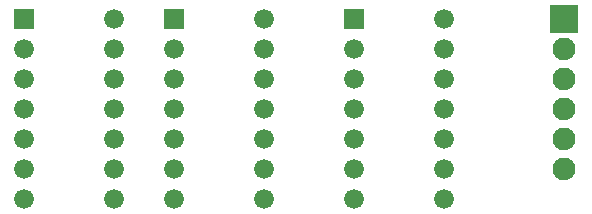
<source format=gbr>
G04 start of page 12 for group -4062 idx -4062 *
G04 Title: (unknown), soldermask *
G04 Creator: pcb 20140316 *
G04 CreationDate: Mon 05 Jul 2021 10:39:17 PM GMT UTC *
G04 For: steve *
G04 Format: Gerber/RS-274X *
G04 PCB-Dimensions (mil): 2200.00 1000.00 *
G04 PCB-Coordinate-Origin: lower left *
%MOIN*%
%FSLAX25Y25*%
%LNBOTTOMMASK*%
%ADD72C,0.0760*%
%ADD71C,0.0660*%
%ADD70C,0.0001*%
G54D70*G36*
X136700Y83300D02*Y76700D01*
X143300D01*
Y83300D01*
X136700D01*
G37*
G54D71*X140000Y70000D03*
Y60000D03*
Y50000D03*
G54D70*G36*
X205200Y84800D02*Y75200D01*
X214800D01*
Y84800D01*
X205200D01*
G37*
G54D72*X210000Y70000D03*
Y60000D03*
Y50000D03*
Y40000D03*
Y30000D03*
G54D71*X140000Y40000D03*
Y30000D03*
Y20000D03*
X170000D03*
Y30000D03*
Y40000D03*
Y50000D03*
Y60000D03*
Y70000D03*
Y80000D03*
G54D70*G36*
X26700Y83300D02*Y76700D01*
X33300D01*
Y83300D01*
X26700D01*
G37*
G54D71*X30000Y70000D03*
Y60000D03*
Y50000D03*
X60000Y60000D03*
X80000D03*
X60000Y70000D03*
Y80000D03*
G54D70*G36*
X76700Y83300D02*Y76700D01*
X83300D01*
Y83300D01*
X76700D01*
G37*
G54D71*X80000Y70000D03*
X30000Y40000D03*
Y30000D03*
Y20000D03*
X60000D03*
Y30000D03*
Y40000D03*
Y50000D03*
X80000D03*
Y40000D03*
Y30000D03*
Y20000D03*
X110000D03*
Y30000D03*
Y40000D03*
Y50000D03*
Y60000D03*
Y70000D03*
Y80000D03*
M02*

</source>
